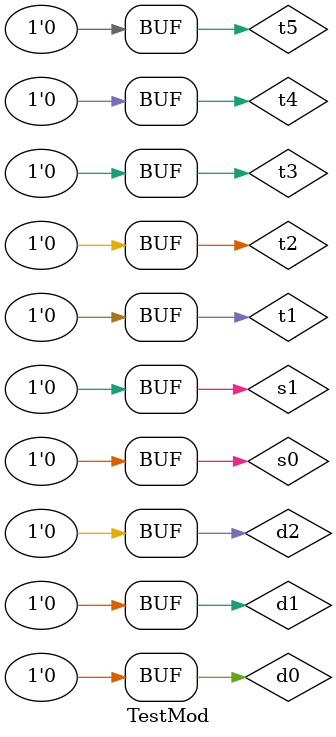
<source format=v>
module MuxMod(s1, s0, d0, d1, d2, d3, o);
	input s1, s0, d0, d1, d2, d3;
	output o;

	//input HERE: follow the model shown in the directions
	assign and0 = ~s1 & ~s0 & d0;
	assign and1 = ~s1 & s0 & d1;
	assign and2 = s1 & ~s0 & d2;
	assign and3 = s1 & s0 & d3;
	assign o = and0 | and1 | and2 | and3;	
endmodule

module TestMod;

	// t variables are to help with bit conversions
	reg s1, s0, d0, d1, d2, d3, t5, t4, t3, t2, t1, t0;
	wire o;

	MuxMod my_mux(s1, s0, d0, d1, d2, d3, o);

	initial begin
		$display("Time\ts1\ts0\td0\td1\td2\td3\to");
		$display("--------------------------------------------------------------");
		$monitor("%0d\t%b\t%b\t%b\t%b\t%b\t%b\t%b", $time, s1, s0, d0, d1, d2, d3, o);
	end

	initial begin

		// repeat loop to set variables, cuz lazy
		// $time is 64 bit. shift right to get the correct bit, and set as least significant.
		// then zero everything out with AND except the least significant bit.
		
		repeat (64) begin
			
			// must have monitor inside repeat, else repeat will finish, and monitor will only have 0 and 32. look into			
			$monitor("%0d\t%b\t%b\t%b\t%b\t%b\t%b\t%b", $time, s1, s0, d0, d1, d2, d3, o);
			
			t5 = ($time >> 5) & 59'b1;
			if(t5 == 0)	s1 = 0;
			else	s1 = 1;
			
			t4 = ($time >> 4) & 60'b1;
			if(t4 == 0)	s0 = 0;
			else	s0 = 1;
			
			t3 = ($time >> 3) & 61'b1;
			if(t3 == 0)	d0 = 0;
			else	d0 = 1;
			
			t2 = ($time >> 2) & 62'b1;
			if(t2 == 0)	d1 = 0;
			else	d1 = 1;

			t1 = ($time >> 1) & 63'b1;
			if(t1 == 0)	d2 = 0;
			else	d2 = 1;

			t0 = $time & 64'b1;
			if(t0 == 0)	d3 = 0;
			else	d3 = 1;
			
			#1;
		end						
	end
endmodule

</source>
